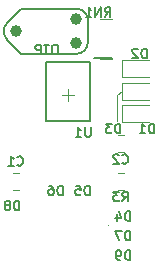
<source format=gbr>
%TF.GenerationSoftware,KiCad,Pcbnew,(6.0.5-0)*%
%TF.CreationDate,2022-12-27T15:40:18-08:00*%
%TF.ProjectId,talonsrx-enc-aeat-6600,74616c6f-6e73-4727-982d-656e632d6165,rev?*%
%TF.SameCoordinates,PX9157080PY6d01460*%
%TF.FileFunction,Legend,Bot*%
%TF.FilePolarity,Positive*%
%FSLAX46Y46*%
G04 Gerber Fmt 4.6, Leading zero omitted, Abs format (unit mm)*
G04 Created by KiCad (PCBNEW (6.0.5-0)) date 2022-12-27 15:40:18*
%MOMM*%
%LPD*%
G01*
G04 APERTURE LIST*
%ADD10C,0.150000*%
%ADD11C,0.120000*%
%ADD12C,0.100000*%
%ADD13C,0.200000*%
%ADD14C,0.127000*%
%ADD15C,0.988060*%
%ADD16C,0.985520*%
G04 APERTURE END LIST*
D10*
X6876952Y19488096D02*
X6724571Y19488096D01*
X6648380Y19450000D01*
X6572190Y19373810D01*
X6534095Y19221429D01*
X6534095Y18954762D01*
X6572190Y18802381D01*
X6648380Y18726191D01*
X6724571Y18688096D01*
X6876952Y18688096D01*
X6953142Y18726191D01*
X7029333Y18802381D01*
X7067428Y18954762D01*
X7067428Y19221429D01*
X7029333Y19373810D01*
X6953142Y19450000D01*
X6876952Y19488096D01*
X6305523Y19488096D02*
X5848380Y19488096D01*
X6076952Y18688096D02*
X6076952Y19488096D01*
X5581714Y18688096D02*
X5581714Y19488096D01*
X5276952Y19488096D01*
X5200761Y19450000D01*
X5162666Y19411905D01*
X5124571Y19335715D01*
X5124571Y19221429D01*
X5162666Y19145239D01*
X5200761Y19107143D01*
X5276952Y19069048D01*
X5581714Y19069048D01*
D11*
X12065000Y15240000D02*
X12485000Y15557500D01*
X12065000Y13017500D02*
X12065000Y15240000D01*
D10*
%TO.C,D9*%
X13163476Y1289096D02*
X13163476Y2089096D01*
X12973000Y2089096D01*
X12858714Y2051000D01*
X12782523Y1974810D01*
X12744428Y1898620D01*
X12706333Y1746239D01*
X12706333Y1631953D01*
X12744428Y1479572D01*
X12782523Y1403381D01*
X12858714Y1327191D01*
X12973000Y1289096D01*
X13163476Y1289096D01*
X12325380Y1289096D02*
X12173000Y1289096D01*
X12096809Y1327191D01*
X12058714Y1365286D01*
X11982523Y1479572D01*
X11944428Y1631953D01*
X11944428Y1936715D01*
X11982523Y2012905D01*
X12020619Y2051000D01*
X12096809Y2089096D01*
X12249190Y2089096D01*
X12325380Y2051000D01*
X12363476Y2012905D01*
X12401571Y1936715D01*
X12401571Y1746239D01*
X12363476Y1670048D01*
X12325380Y1631953D01*
X12249190Y1593858D01*
X12096809Y1593858D01*
X12020619Y1631953D01*
X11982523Y1670048D01*
X11944428Y1746239D01*
%TO.C,D8*%
X3765476Y5480096D02*
X3765476Y6280096D01*
X3575000Y6280096D01*
X3460714Y6242000D01*
X3384523Y6165810D01*
X3346428Y6089620D01*
X3308333Y5937239D01*
X3308333Y5822953D01*
X3346428Y5670572D01*
X3384523Y5594381D01*
X3460714Y5518191D01*
X3575000Y5480096D01*
X3765476Y5480096D01*
X2851190Y5937239D02*
X2927380Y5975334D01*
X2965476Y6013429D01*
X3003571Y6089620D01*
X3003571Y6127715D01*
X2965476Y6203905D01*
X2927380Y6242000D01*
X2851190Y6280096D01*
X2698809Y6280096D01*
X2622619Y6242000D01*
X2584523Y6203905D01*
X2546428Y6127715D01*
X2546428Y6089620D01*
X2584523Y6013429D01*
X2622619Y5975334D01*
X2698809Y5937239D01*
X2851190Y5937239D01*
X2927380Y5899143D01*
X2965476Y5861048D01*
X3003571Y5784858D01*
X3003571Y5632477D01*
X2965476Y5556286D01*
X2927380Y5518191D01*
X2851190Y5480096D01*
X2698809Y5480096D01*
X2622619Y5518191D01*
X2584523Y5556286D01*
X2546428Y5632477D01*
X2546428Y5784858D01*
X2584523Y5861048D01*
X2622619Y5899143D01*
X2698809Y5937239D01*
%TO.C,D7*%
X13163476Y2940096D02*
X13163476Y3740096D01*
X12973000Y3740096D01*
X12858714Y3702000D01*
X12782523Y3625810D01*
X12744428Y3549620D01*
X12706333Y3397239D01*
X12706333Y3282953D01*
X12744428Y3130572D01*
X12782523Y3054381D01*
X12858714Y2978191D01*
X12973000Y2940096D01*
X13163476Y2940096D01*
X12439666Y3740096D02*
X11906333Y3740096D01*
X12249190Y2940096D01*
%TO.C,D6*%
X7448476Y6750096D02*
X7448476Y7550096D01*
X7258000Y7550096D01*
X7143714Y7512000D01*
X7067523Y7435810D01*
X7029428Y7359620D01*
X6991333Y7207239D01*
X6991333Y7092953D01*
X7029428Y6940572D01*
X7067523Y6864381D01*
X7143714Y6788191D01*
X7258000Y6750096D01*
X7448476Y6750096D01*
X6305619Y7550096D02*
X6458000Y7550096D01*
X6534190Y7512000D01*
X6572285Y7473905D01*
X6648476Y7359620D01*
X6686571Y7207239D01*
X6686571Y6902477D01*
X6648476Y6826286D01*
X6610380Y6788191D01*
X6534190Y6750096D01*
X6381809Y6750096D01*
X6305619Y6788191D01*
X6267523Y6826286D01*
X6229428Y6902477D01*
X6229428Y7092953D01*
X6267523Y7169143D01*
X6305619Y7207239D01*
X6381809Y7245334D01*
X6534190Y7245334D01*
X6610380Y7207239D01*
X6648476Y7169143D01*
X6686571Y7092953D01*
%TO.C,D5*%
X9734476Y6750096D02*
X9734476Y7550096D01*
X9544000Y7550096D01*
X9429714Y7512000D01*
X9353523Y7435810D01*
X9315428Y7359620D01*
X9277333Y7207239D01*
X9277333Y7092953D01*
X9315428Y6940572D01*
X9353523Y6864381D01*
X9429714Y6788191D01*
X9544000Y6750096D01*
X9734476Y6750096D01*
X8553523Y7550096D02*
X8934476Y7550096D01*
X8972571Y7169143D01*
X8934476Y7207239D01*
X8858285Y7245334D01*
X8667809Y7245334D01*
X8591619Y7207239D01*
X8553523Y7169143D01*
X8515428Y7092953D01*
X8515428Y6902477D01*
X8553523Y6826286D01*
X8591619Y6788191D01*
X8667809Y6750096D01*
X8858285Y6750096D01*
X8934476Y6788191D01*
X8972571Y6826286D01*
%TO.C,D4*%
X13163476Y4591096D02*
X13163476Y5391096D01*
X12973000Y5391096D01*
X12858714Y5353000D01*
X12782523Y5276810D01*
X12744428Y5200620D01*
X12706333Y5048239D01*
X12706333Y4933953D01*
X12744428Y4781572D01*
X12782523Y4705381D01*
X12858714Y4629191D01*
X12973000Y4591096D01*
X13163476Y4591096D01*
X12020619Y5124429D02*
X12020619Y4591096D01*
X12211095Y5429191D02*
X12401571Y4857762D01*
X11906333Y4857762D01*
%TO.C,C2*%
X12515833Y9493286D02*
X12553928Y9455191D01*
X12668214Y9417096D01*
X12744404Y9417096D01*
X12858690Y9455191D01*
X12934880Y9531381D01*
X12972976Y9607572D01*
X13011071Y9759953D01*
X13011071Y9874239D01*
X12972976Y10026620D01*
X12934880Y10102810D01*
X12858690Y10179000D01*
X12744404Y10217096D01*
X12668214Y10217096D01*
X12553928Y10179000D01*
X12515833Y10140905D01*
X12211071Y10140905D02*
X12172976Y10179000D01*
X12096785Y10217096D01*
X11906309Y10217096D01*
X11830119Y10179000D01*
X11792023Y10140905D01*
X11753928Y10064715D01*
X11753928Y9988524D01*
X11792023Y9874239D01*
X12249166Y9417096D01*
X11753928Y9417096D01*
%TO.C,U1*%
X9817023Y12503096D02*
X9817023Y11855477D01*
X9778928Y11779286D01*
X9740833Y11741191D01*
X9664642Y11703096D01*
X9512261Y11703096D01*
X9436071Y11741191D01*
X9397976Y11779286D01*
X9359880Y11855477D01*
X9359880Y12503096D01*
X8559880Y11703096D02*
X9017023Y11703096D01*
X8788452Y11703096D02*
X8788452Y12503096D01*
X8864642Y12388810D01*
X8940833Y12312620D01*
X9017023Y12274524D01*
%TO.C,RN1*%
X11029880Y21863096D02*
X11296547Y22244048D01*
X11487023Y21863096D02*
X11487023Y22663096D01*
X11182261Y22663096D01*
X11106071Y22625000D01*
X11067976Y22586905D01*
X11029880Y22510715D01*
X11029880Y22396429D01*
X11067976Y22320239D01*
X11106071Y22282143D01*
X11182261Y22244048D01*
X11487023Y22244048D01*
X10687023Y21863096D02*
X10687023Y22663096D01*
X10229880Y21863096D01*
X10229880Y22663096D01*
X9429880Y21863096D02*
X9887023Y21863096D01*
X9658452Y21863096D02*
X9658452Y22663096D01*
X9734642Y22548810D01*
X9810833Y22472620D01*
X9887023Y22434524D01*
%TO.C,C1*%
X3625833Y9331786D02*
X3663928Y9293691D01*
X3778214Y9255596D01*
X3854404Y9255596D01*
X3968690Y9293691D01*
X4044880Y9369881D01*
X4082976Y9446072D01*
X4121071Y9598453D01*
X4121071Y9712739D01*
X4082976Y9865120D01*
X4044880Y9941310D01*
X3968690Y10017500D01*
X3854404Y10055596D01*
X3778214Y10055596D01*
X3663928Y10017500D01*
X3625833Y9979405D01*
X2863928Y9255596D02*
X3321071Y9255596D01*
X3092500Y9255596D02*
X3092500Y10055596D01*
X3168690Y9941310D01*
X3244880Y9865120D01*
X3321071Y9827024D01*
%TO.C,D3*%
X12337976Y12020596D02*
X12337976Y12820596D01*
X12147500Y12820596D01*
X12033214Y12782500D01*
X11957023Y12706310D01*
X11918928Y12630120D01*
X11880833Y12477739D01*
X11880833Y12363453D01*
X11918928Y12211072D01*
X11957023Y12134881D01*
X12033214Y12058691D01*
X12147500Y12020596D01*
X12337976Y12020596D01*
X11614166Y12820596D02*
X11118928Y12820596D01*
X11385595Y12515834D01*
X11271309Y12515834D01*
X11195119Y12477739D01*
X11157023Y12439643D01*
X11118928Y12363453D01*
X11118928Y12172977D01*
X11157023Y12096786D01*
X11195119Y12058691D01*
X11271309Y12020596D01*
X11499880Y12020596D01*
X11576071Y12058691D01*
X11614166Y12096786D01*
%TO.C,D2*%
X14560476Y18370596D02*
X14560476Y19170596D01*
X14370000Y19170596D01*
X14255714Y19132500D01*
X14179523Y19056310D01*
X14141428Y18980120D01*
X14103333Y18827739D01*
X14103333Y18713453D01*
X14141428Y18561072D01*
X14179523Y18484881D01*
X14255714Y18408691D01*
X14370000Y18370596D01*
X14560476Y18370596D01*
X13798571Y19094405D02*
X13760476Y19132500D01*
X13684285Y19170596D01*
X13493809Y19170596D01*
X13417619Y19132500D01*
X13379523Y19094405D01*
X13341428Y19018215D01*
X13341428Y18942024D01*
X13379523Y18827739D01*
X13836666Y18370596D01*
X13341428Y18370596D01*
%TO.C,R3*%
X12515833Y6242096D02*
X12782500Y6623048D01*
X12972976Y6242096D02*
X12972976Y7042096D01*
X12668214Y7042096D01*
X12592023Y7004000D01*
X12553928Y6965905D01*
X12515833Y6889715D01*
X12515833Y6775429D01*
X12553928Y6699239D01*
X12592023Y6661143D01*
X12668214Y6623048D01*
X12972976Y6623048D01*
X12249166Y7042096D02*
X11753928Y7042096D01*
X12020595Y6737334D01*
X11906309Y6737334D01*
X11830119Y6699239D01*
X11792023Y6661143D01*
X11753928Y6584953D01*
X11753928Y6394477D01*
X11792023Y6318286D01*
X11830119Y6280191D01*
X11906309Y6242096D01*
X12134880Y6242096D01*
X12211071Y6280191D01*
X12249166Y6318286D01*
%TO.C,D1*%
X15195476Y12020596D02*
X15195476Y12820596D01*
X15005000Y12820596D01*
X14890714Y12782500D01*
X14814523Y12706310D01*
X14776428Y12630120D01*
X14738333Y12477739D01*
X14738333Y12363453D01*
X14776428Y12211072D01*
X14814523Y12134881D01*
X14890714Y12058691D01*
X15005000Y12020596D01*
X15195476Y12020596D01*
X13976428Y12020596D02*
X14433571Y12020596D01*
X14205000Y12020596D02*
X14205000Y12820596D01*
X14281190Y12706310D01*
X14357380Y12630120D01*
X14433571Y12592024D01*
D12*
%TO.C,D9*%
X11358000Y2540000D02*
G75*
G03*
X11358000Y2540000I-50000J0D01*
G01*
%TO.C,D8*%
X4744000Y4826000D02*
G75*
G03*
X4744000Y4826000I-50000J0D01*
G01*
%TO.C,D7*%
X11358000Y4191000D02*
G75*
G03*
X11358000Y4191000I-50000J0D01*
G01*
%TO.C,D6*%
X5516000Y6096000D02*
G75*
G03*
X5516000Y6096000I-50000J0D01*
G01*
%TO.C,D5*%
X10459000Y6096000D02*
G75*
G03*
X10459000Y6096000I-50000J0D01*
G01*
%TO.C,D4*%
X11358000Y5842000D02*
G75*
G03*
X11358000Y5842000I-50000J0D01*
G01*
D11*
%TO.C,C2*%
X12121248Y11847500D02*
X12643752Y11847500D01*
X12121248Y10377500D02*
X12643752Y10377500D01*
%TO.C,U1*%
X7937500Y15757500D02*
X7937500Y14757500D01*
D13*
X6087500Y13057500D02*
X9787500Y13057500D01*
X6087500Y18057500D02*
X6087500Y13057500D01*
X9787500Y18057500D02*
X6087500Y18057500D01*
D11*
X8437500Y15257500D02*
X7437500Y15257500D01*
D13*
X9787500Y13057500D02*
X9787500Y18057500D01*
X11612500Y18407500D02*
X10137500Y18407500D01*
D11*
%TO.C,RN1*%
X10612500Y21682500D02*
X11612500Y21682500D01*
X10612500Y18322500D02*
X11612500Y18322500D01*
%TO.C,C1*%
X3753752Y8672500D02*
X3231248Y8672500D01*
X3753752Y7202500D02*
X3231248Y7202500D01*
%TO.C,D3*%
X12485000Y16292500D02*
X14770000Y16292500D01*
X14770000Y14822500D02*
X12485000Y14822500D01*
X12485000Y14822500D02*
X12485000Y16292500D01*
%TO.C,D2*%
X12485000Y18197500D02*
X14770000Y18197500D01*
X12485000Y16727500D02*
X12485000Y18197500D01*
X14770000Y16727500D02*
X12485000Y16727500D01*
D14*
%TO.C,J2*%
X9588500Y21590000D02*
G75*
G03*
X8636000Y22542500I-952500J0D01*
G01*
X8636000Y18732500D02*
G75*
G03*
X9588500Y19685000I0J952500D01*
G01*
X2768600Y21361400D02*
G75*
G03*
X2768600Y19913600I723901J-723900D01*
G01*
X8636000Y18732500D02*
X3949700Y18732500D01*
X9588500Y19685000D02*
X9588500Y21590000D01*
X8636000Y22542500D02*
X3949700Y22542500D01*
X2768600Y21361400D02*
X3949700Y22542500D01*
X2768600Y19913600D02*
X3949700Y18732500D01*
D11*
%TO.C,R3*%
X12155436Y7202500D02*
X12609564Y7202500D01*
X12155436Y8672500D02*
X12609564Y8672500D01*
%TO.C,D1*%
X12485000Y12917500D02*
X12485000Y14387500D01*
X14770000Y12917500D02*
X12485000Y12917500D01*
X12485000Y14387500D02*
X14770000Y14387500D01*
%TD*%
D15*
%TO.C,J2*%
X3492500Y20637500D03*
D16*
X8572500Y19621500D03*
X8572500Y21653500D03*
%TD*%
M02*

</source>
